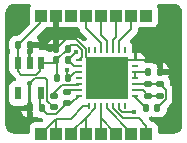
<source format=gbr>
%TF.GenerationSoftware,KiCad,Pcbnew,8.0.1-unknown-202403172319~81f55dfc9c~ubuntu22.04.1*%
%TF.CreationDate,2024-06-20T11:17:16+01:00*%
%TF.ProjectId,EMG_DAQ_ADS1293,454d475f-4441-4515-9f41-445331323933,1.0*%
%TF.SameCoordinates,Original*%
%TF.FileFunction,Copper,L1,Top*%
%TF.FilePolarity,Positive*%
%FSLAX46Y46*%
G04 Gerber Fmt 4.6, Leading zero omitted, Abs format (unit mm)*
G04 Created by KiCad (PCBNEW 8.0.1-unknown-202403172319~81f55dfc9c~ubuntu22.04.1) date 2024-06-20 11:17:16*
%MOMM*%
%LPD*%
G01*
G04 APERTURE LIST*
G04 Aperture macros list*
%AMRoundRect*
0 Rectangle with rounded corners*
0 $1 Rounding radius*
0 $2 $3 $4 $5 $6 $7 $8 $9 X,Y pos of 4 corners*
0 Add a 4 corners polygon primitive as box body*
4,1,4,$2,$3,$4,$5,$6,$7,$8,$9,$2,$3,0*
0 Add four circle primitives for the rounded corners*
1,1,$1+$1,$2,$3*
1,1,$1+$1,$4,$5*
1,1,$1+$1,$6,$7*
1,1,$1+$1,$8,$9*
0 Add four rect primitives between the rounded corners*
20,1,$1+$1,$2,$3,$4,$5,0*
20,1,$1+$1,$4,$5,$6,$7,0*
20,1,$1+$1,$6,$7,$8,$9,0*
20,1,$1+$1,$8,$9,$2,$3,0*%
G04 Aperture macros list end*
%TA.AperFunction,CastellatedPad*%
%ADD10R,1.000000X1.000000*%
%TD*%
%TA.AperFunction,SMDPad,CuDef*%
%ADD11RoundRect,0.140000X0.140000X0.170000X-0.140000X0.170000X-0.140000X-0.170000X0.140000X-0.170000X0*%
%TD*%
%TA.AperFunction,ComponentPad*%
%ADD12R,1.000000X1.000000*%
%TD*%
%TA.AperFunction,SMDPad,CuDef*%
%ADD13RoundRect,0.140000X-0.140000X-0.170000X0.140000X-0.170000X0.140000X0.170000X-0.140000X0.170000X0*%
%TD*%
%TA.AperFunction,SMDPad,CuDef*%
%ADD14RoundRect,0.140000X0.170000X-0.140000X0.170000X0.140000X-0.170000X0.140000X-0.170000X-0.140000X0*%
%TD*%
%TA.AperFunction,SMDPad,CuDef*%
%ADD15R,0.250000X0.600000*%
%TD*%
%TA.AperFunction,SMDPad,CuDef*%
%ADD16R,0.600000X0.250000*%
%TD*%
%TA.AperFunction,SMDPad,CuDef*%
%ADD17R,3.600000X3.600000*%
%TD*%
%TA.AperFunction,SMDPad,CuDef*%
%ADD18R,0.620000X1.100000*%
%TD*%
%TA.AperFunction,SMDPad,CuDef*%
%ADD19RoundRect,0.140000X-0.170000X0.140000X-0.170000X-0.140000X0.170000X-0.140000X0.170000X0.140000X0*%
%TD*%
%TA.AperFunction,ViaPad*%
%ADD20C,0.400000*%
%TD*%
%TA.AperFunction,Conductor*%
%ADD21C,0.150000*%
%TD*%
G04 APERTURE END LIST*
D10*
%TO.P,J3,1,Pin_1*%
%TO.N,/in1*%
X26714500Y-38210500D03*
%TD*%
D11*
%TO.P,C8,1*%
%TO.N,+3.3VA*%
X25469500Y-36043500D03*
%TO.P,C8,2*%
%TO.N,GND*%
X24509500Y-36043500D03*
%TD*%
%TO.P,R1,1*%
%TO.N,/RLDINV*%
X35269500Y-36000000D03*
%TO.P,R1,2*%
%TO.N,/CMOUT*%
X34309500Y-36000000D03*
%TD*%
D12*
%TO.P,J1,1,Pin_1*%
%TO.N,unconnected-(J1-Pin_1-Pad1)*%
X27984500Y-28210500D03*
%TD*%
D10*
%TO.P,J2,1,Pin_1*%
%TO.N,/in1*%
X25444500Y-38210500D03*
%TD*%
D12*
%TO.P,J9,1,Pin_1*%
%TO.N,/POCI*%
X29254500Y-28210500D03*
%TD*%
D10*
%TO.P,J15,1,Pin_1*%
%TO.N,/in4*%
X33064500Y-38210500D03*
%TD*%
D12*
%TO.P,J7,1,Pin_1*%
%TO.N,/extRef*%
X34334500Y-28210500D03*
%TD*%
D13*
%TO.P,C4,1*%
%TO.N,+3.3V*%
X26720000Y-32010500D03*
%TO.P,C4,2*%
%TO.N,XTAL1*%
X27680000Y-32010500D03*
%TD*%
D14*
%TO.P,C1,1*%
%TO.N,+3.3VA*%
X27589500Y-35640500D03*
%TO.P,C1,2*%
%TO.N,GNDA*%
X27589500Y-34680500D03*
%TD*%
D15*
%TO.P,U1,1,IN1*%
%TO.N,/in1*%
X29500000Y-35900000D03*
%TO.P,U1,2,IN2*%
%TO.N,/in2*%
X29999999Y-35900000D03*
%TO.P,U1,3,IN3*%
%TO.N,/in3*%
X30500001Y-35900000D03*
%TO.P,U1,4,IN4*%
%TO.N,/in4*%
X31000000Y-35900000D03*
%TO.P,U1,5,IN5*%
%TO.N,/in5*%
X31499999Y-35900000D03*
%TO.P,U1,6,IN6*%
%TO.N,/in6*%
X32000001Y-35900000D03*
%TO.P,U1,7,WCT*%
%TO.N,unconnected-(U1-WCT-Pad7)*%
X32500000Y-35900000D03*
D16*
%TO.P,U1,8,CMOUT*%
%TO.N,/CMOUT*%
X33400000Y-35000000D03*
%TO.P,U1,9,RLDOUT*%
%TO.N,/RLDOUT*%
X33400000Y-34500001D03*
%TO.P,U1,10,RLDINV*%
%TO.N,/RLDINV*%
X33400000Y-33999999D03*
%TO.P,U1,11,RLDIN*%
%TO.N,/RLDREF*%
X33400000Y-33500000D03*
%TO.P,U1,12,RLDREF*%
X33400000Y-33000001D03*
%TO.P,U1,13,SYNCB*%
%TO.N,unconnected-(U1-SYNCB-Pad13)*%
X33400000Y-32499999D03*
%TO.P,U1,14,VSSIO*%
%TO.N,GND*%
X33400000Y-32000000D03*
D15*
%TO.P,U1,15,ALARMB*%
%TO.N,unconnected-(U1-ALARMB-Pad15)*%
X32500000Y-31100000D03*
%TO.P,U1,16,CSB*%
%TO.N,/CSB*%
X32000001Y-31100000D03*
%TO.P,U1,17,SCLK*%
%TO.N,/SCLK*%
X31499999Y-31100000D03*
%TO.P,U1,18,SDI*%
%TO.N,/PICO*%
X31000000Y-31100000D03*
%TO.P,U1,19,SDO*%
%TO.N,/POCI*%
X30500001Y-31100000D03*
%TO.P,U1,20,DRDYB*%
%TO.N,unconnected-(U1-DRDYB-Pad20)*%
X29999999Y-31100000D03*
%TO.P,U1,21,CLK*%
%TO.N,unconnected-(U1-CLK-Pad21)*%
X29500000Y-31100000D03*
D16*
%TO.P,U1,22,VDDIO*%
%TO.N,+3.3V*%
X28600000Y-32000000D03*
%TO.P,U1,23,XTAL1*%
%TO.N,XTAL1*%
X28600000Y-32499999D03*
%TO.P,U1,24,XTAL2*%
%TO.N,XTAL2*%
X28600000Y-33000001D03*
%TO.P,U1,25,RSTB*%
%TO.N,unconnected-(U1-RSTB-Pad25)*%
X28600000Y-33500000D03*
%TO.P,U1,26,CVREF*%
%TO.N,/cvref*%
X28600000Y-33999999D03*
%TO.P,U1,27,VSS*%
%TO.N,GNDA*%
X28600000Y-34500001D03*
%TO.P,U1,28,VDD*%
%TO.N,+3.3VA*%
X28600000Y-35000000D03*
D17*
%TO.P,U1,29,EPAD*%
%TO.N,GND*%
X31000000Y-33500000D03*
%TD*%
D13*
%TO.P,C7,1*%
%TO.N,/RLDREF*%
X34509500Y-33010500D03*
%TO.P,C7,2*%
%TO.N,GND*%
X35469500Y-33010500D03*
%TD*%
%TO.P,C9,1*%
%TO.N,+3.3V*%
X23509500Y-30710500D03*
%TO.P,C9,2*%
%TO.N,GND*%
X24469500Y-30710500D03*
%TD*%
D11*
%TO.P,C5,1*%
%TO.N,+3.3V*%
X27680000Y-31010500D03*
%TO.P,C5,2*%
%TO.N,GND*%
X26720000Y-31010500D03*
%TD*%
D18*
%TO.P,U2,1,VIN*%
%TO.N,+3.3V*%
X25409792Y-32200000D03*
%TO.P,U2,2,GND*%
%TO.N,GND*%
X24459792Y-32200000D03*
%TO.P,U2,3,EN*%
%TO.N,+3.3V*%
X23509792Y-32200000D03*
%TO.P,U2,4,NC*%
%TO.N,unconnected-(U2-NC-Pad4)*%
X23509792Y-34800000D03*
%TO.P,U2,5,VOUT*%
%TO.N,+3.3VA*%
X25409792Y-34800000D03*
%TD*%
D10*
%TO.P,J5,1,Pin_1*%
%TO.N,/in2*%
X29254500Y-38210500D03*
%TD*%
%TO.P,J4,1,Pin_1*%
%TO.N,/in2*%
X27984500Y-38210500D03*
%TD*%
D12*
%TO.P,J10,1,Pin_1*%
%TO.N,/PICO*%
X30524500Y-28210500D03*
%TD*%
D19*
%TO.P,C2,1*%
%TO.N,/cvref*%
X26489500Y-35030500D03*
%TO.P,C2,2*%
%TO.N,GND*%
X26489500Y-35990500D03*
%TD*%
D12*
%TO.P,J14,1,Pin_1*%
%TO.N,GND*%
X26714500Y-28210500D03*
%TD*%
D13*
%TO.P,C3,1*%
%TO.N,+3.3V*%
X26740000Y-33510500D03*
%TO.P,C3,2*%
%TO.N,XTAL2*%
X27700000Y-33510500D03*
%TD*%
D10*
%TO.P,J8,1,Pin_1*%
%TO.N,/in3*%
X31794500Y-38210500D03*
%TD*%
D12*
%TO.P,J12,1,Pin_1*%
%TO.N,/CSB*%
X33064500Y-28210500D03*
%TD*%
D19*
%TO.P,C6,1*%
%TO.N,/RLDINV*%
X34500000Y-34020000D03*
%TO.P,C6,2*%
%TO.N,/RLDOUT*%
X34500000Y-34980000D03*
%TD*%
%TO.P,R2,1*%
%TO.N,/RLDINV*%
X35500000Y-34020000D03*
%TO.P,R2,2*%
%TO.N,/RLDOUT*%
X35500000Y-34980000D03*
%TD*%
D10*
%TO.P,J16,1,Pin_1*%
%TO.N,/in5*%
X34334500Y-38210500D03*
%TD*%
%TO.P,J6,1,Pin_1*%
%TO.N,/in3*%
X30524500Y-38210500D03*
%TD*%
D12*
%TO.P,J11,1,Pin_1*%
%TO.N,/SCLK*%
X31794500Y-28210500D03*
%TD*%
%TO.P,J13,1,Pin_1*%
%TO.N,+3.3V*%
X25444500Y-28210500D03*
%TD*%
D20*
%TO.N,GND*%
X25789500Y-30710500D03*
X24509500Y-33890500D03*
%TO.N,XTAL2*%
X27639500Y-32860500D03*
%TO.N,XTAL1*%
X28389500Y-31285500D03*
%TO.N,/in6*%
X33289500Y-36410500D03*
%TD*%
D21*
%TO.N,GNDA*%
X27759500Y-34510500D02*
X28589501Y-34510500D01*
X27589500Y-34680500D02*
X27759500Y-34510500D01*
X28589501Y-34510500D02*
X28600000Y-34500001D01*
%TO.N,/cvref*%
X26489500Y-34750501D02*
X27154501Y-34085500D01*
X28514499Y-34085500D02*
X28600000Y-33999999D01*
X26489500Y-35030500D02*
X26489500Y-34750501D01*
X27154501Y-34085500D02*
X28514499Y-34085500D01*
%TO.N,GND*%
X26714500Y-28710500D02*
X26714500Y-31005000D01*
X24469500Y-30710500D02*
X26420000Y-30710500D01*
X34929000Y-32000000D02*
X33400000Y-32000000D01*
X29210000Y-31031000D02*
X29210000Y-31710000D01*
X25939500Y-35440500D02*
X25939500Y-33660500D01*
X29210000Y-31710000D02*
X31000000Y-33500000D01*
X26489500Y-35990500D02*
X25939500Y-35440500D01*
X26420000Y-30710500D02*
X26720000Y-31010500D01*
X25739500Y-33460500D02*
X24939500Y-33460500D01*
X24939500Y-33460500D02*
X24509500Y-33890500D01*
X24509500Y-33890500D02*
X24509500Y-36043500D01*
X35469500Y-33010500D02*
X35469500Y-32540500D01*
X25939500Y-33660500D02*
X25739500Y-33460500D01*
X35469500Y-32540500D02*
X34929000Y-32000000D01*
X24389500Y-30790500D02*
X24469500Y-30710500D01*
X24389500Y-32225500D02*
X24389500Y-30790500D01*
X32500000Y-32000000D02*
X31000000Y-33500000D01*
X26720000Y-31010500D02*
X27520000Y-30210500D01*
X33400000Y-32000000D02*
X32500000Y-32000000D01*
X28389500Y-30210500D02*
X29210000Y-31031000D01*
X27520000Y-30210500D02*
X28389500Y-30210500D01*
X26714500Y-31005000D02*
X26720000Y-31010500D01*
%TO.N,+3.3V*%
X27680000Y-31050500D02*
X26720000Y-32010500D01*
X27980000Y-30710500D02*
X28490541Y-30710500D01*
X23439500Y-32225500D02*
X23439500Y-32900499D01*
X27680000Y-31010500D02*
X27980000Y-30710500D01*
X23749501Y-33210500D02*
X25029499Y-33210500D01*
X25339500Y-32225500D02*
X26505000Y-32225500D01*
X23439500Y-32900499D02*
X23749501Y-33210500D01*
X26740000Y-32030500D02*
X26720000Y-32010500D01*
X25444500Y-28210500D02*
X25444500Y-28275500D01*
X28889500Y-31109459D02*
X28889500Y-31710500D01*
X25444500Y-28775500D02*
X23509500Y-30710500D01*
X23439500Y-30780500D02*
X23509500Y-30710500D01*
X28889500Y-31710500D02*
X28600000Y-32000000D01*
X27680000Y-31010500D02*
X27680000Y-31050500D01*
X26505000Y-32225500D02*
X26720000Y-32010500D01*
X23439500Y-32225500D02*
X23439500Y-30780500D01*
X25339500Y-32900499D02*
X25339500Y-32225500D01*
X25029499Y-33210500D02*
X25339500Y-32900499D01*
X28490541Y-30710500D02*
X28889500Y-31109459D01*
X26740000Y-33610500D02*
X26740000Y-32030500D01*
%TO.N,XTAL2*%
X27639500Y-32860500D02*
X27639500Y-33550000D01*
X27700000Y-33610500D02*
X28310499Y-33000001D01*
X27639500Y-33550000D02*
X27700000Y-33610500D01*
X28310499Y-33000001D02*
X28600000Y-33000001D01*
%TO.N,XTAL1*%
X28600000Y-32499999D02*
X28169499Y-32499999D01*
X28389500Y-31285500D02*
X28389500Y-31301000D01*
X28389500Y-31301000D02*
X27680000Y-32010500D01*
X28169499Y-32499999D02*
X27680000Y-32010500D01*
%TO.N,/RLDINV*%
X35975000Y-34495000D02*
X35975000Y-35294500D01*
X35975000Y-35294500D02*
X35269500Y-36000000D01*
X35500000Y-34020000D02*
X35975000Y-34495000D01*
X33420001Y-34020000D02*
X33400000Y-33999999D01*
X34500000Y-34020000D02*
X33420001Y-34020000D01*
X35500000Y-34020000D02*
X34500000Y-34020000D01*
%TO.N,/RLDOUT*%
X35500000Y-34980000D02*
X34500000Y-34980000D01*
X34020001Y-34500001D02*
X34500000Y-34980000D01*
X33400000Y-34500001D02*
X34020001Y-34500001D01*
%TO.N,/RLDREF*%
X34499001Y-33000001D02*
X34509500Y-33010500D01*
X33400000Y-33500000D02*
X33400000Y-33000001D01*
X33400000Y-33000001D02*
X34499001Y-33000001D01*
%TO.N,/in1*%
X26694500Y-38125500D02*
X26714500Y-38125500D01*
X29000000Y-35900000D02*
X27939500Y-36960500D01*
X27939500Y-36960500D02*
X26694500Y-36960500D01*
X26694500Y-36960500D02*
X25444500Y-38210500D01*
X26694500Y-36960500D02*
X26694500Y-38125500D01*
X29500000Y-35900000D02*
X29000000Y-35900000D01*
%TO.N,/in2*%
X29999999Y-35900000D02*
X29999999Y-36075000D01*
X29276999Y-36797999D02*
X27984500Y-38090499D01*
X29999999Y-36075000D02*
X29276999Y-36797999D01*
X29254500Y-36820498D02*
X29254500Y-38125500D01*
X27984500Y-38090499D02*
X27984500Y-38125500D01*
X29276999Y-36797999D02*
X29254500Y-36820498D01*
%TO.N,/in3*%
X30500001Y-38101000D02*
X30524500Y-38125499D01*
X30500001Y-36916001D02*
X31709499Y-38125499D01*
X31709499Y-38125499D02*
X31794500Y-38125499D01*
X30500001Y-36510500D02*
X30500001Y-38101000D01*
X30500001Y-36510500D02*
X30500001Y-36916001D01*
X30500001Y-35900000D02*
X30500001Y-36510500D01*
%TO.N,/in4*%
X31000000Y-36060999D02*
X33064500Y-38125499D01*
X31000000Y-35900000D02*
X31000000Y-36060999D01*
%TO.N,/in5*%
X34334500Y-37555500D02*
X34334500Y-38125499D01*
X32335499Y-36910500D02*
X33689500Y-36910500D01*
X31499999Y-36075000D02*
X32335499Y-36910500D01*
X33689500Y-36910500D02*
X34334500Y-37555500D01*
X31499999Y-35900000D02*
X31499999Y-36075000D01*
%TO.N,/in6*%
X32000001Y-36155001D02*
X32000001Y-35900000D01*
X33289500Y-36410500D02*
X32255500Y-36410500D01*
X32255500Y-36410500D02*
X32000001Y-36155001D01*
%TO.N,/CMOUT*%
X33400000Y-35000000D02*
X33400000Y-35090500D01*
X33400000Y-35090500D02*
X34309500Y-36000000D01*
%TO.N,+3.3VA*%
X27959500Y-35640500D02*
X27589500Y-35640500D01*
X25469500Y-36090500D02*
X25939500Y-36560500D01*
X25339500Y-34595500D02*
X25339500Y-35913500D01*
X25939500Y-36560500D02*
X26669500Y-36560500D01*
X26669500Y-36560500D02*
X27589500Y-35640500D01*
X25339500Y-35913500D02*
X25469500Y-36043500D01*
X25469500Y-36043500D02*
X25469500Y-36090500D01*
X28600000Y-35000000D02*
X27959500Y-35640500D01*
%TO.N,/POCI*%
X29254500Y-29275500D02*
X30500001Y-30521001D01*
X29254500Y-28210500D02*
X29254500Y-29275500D01*
X30500001Y-30521001D02*
X30500001Y-31100000D01*
%TO.N,/PICO*%
X30989500Y-30360500D02*
X30989500Y-31089500D01*
X30989500Y-31089500D02*
X31000000Y-31100000D01*
X30524500Y-29895500D02*
X30989500Y-30360500D01*
X30524500Y-28210500D02*
X30524500Y-29895500D01*
%TO.N,/SCLK*%
X31539500Y-31060499D02*
X31499999Y-31100000D01*
X31794500Y-30055500D02*
X31539500Y-30310500D01*
X31539500Y-30310500D02*
X31539500Y-31060499D01*
X31794500Y-28710500D02*
X31794500Y-30055500D01*
%TO.N,/CSB*%
X33064500Y-28210500D02*
X33064500Y-29335500D01*
X32000001Y-30399999D02*
X32000001Y-31100000D01*
X33064500Y-29335500D02*
X32000001Y-30399999D01*
%TD*%
%TA.AperFunction,Conductor*%
%TO.N,GND*%
G36*
X24505051Y-27240685D02*
G01*
X24550806Y-27293489D01*
X24560750Y-27362647D01*
X24537279Y-27419311D01*
X24500704Y-27468168D01*
X24500702Y-27468171D01*
X24450408Y-27603017D01*
X24444001Y-27662616D01*
X24444001Y-27662623D01*
X24444000Y-27662635D01*
X24444000Y-28758370D01*
X24444001Y-28758376D01*
X24450408Y-28817983D01*
X24459975Y-28843632D01*
X24464959Y-28913323D01*
X24431474Y-28974645D01*
X23542439Y-29863681D01*
X23481116Y-29897166D01*
X23454758Y-29900000D01*
X23304802Y-29900000D01*
X23268508Y-29902856D01*
X23268502Y-29902857D01*
X23113109Y-29948004D01*
X23113106Y-29948005D01*
X22973815Y-30030381D01*
X22973807Y-30030387D01*
X22859387Y-30144807D01*
X22859381Y-30144815D01*
X22777005Y-30284106D01*
X22777004Y-30284109D01*
X22731857Y-30439502D01*
X22731856Y-30439508D01*
X22729000Y-30475802D01*
X22729000Y-30945197D01*
X22731856Y-30981491D01*
X22731857Y-30981497D01*
X22777004Y-31136890D01*
X22777004Y-31136891D01*
X22777005Y-31136893D01*
X22777006Y-31136895D01*
X22792847Y-31163681D01*
X22815083Y-31201280D01*
X22832265Y-31269004D01*
X22810104Y-31335266D01*
X22807617Y-31338710D01*
X22755998Y-31407664D01*
X22755994Y-31407671D01*
X22705700Y-31542517D01*
X22699293Y-31602116D01*
X22699293Y-31602123D01*
X22699292Y-31602135D01*
X22699292Y-32797870D01*
X22699293Y-32797876D01*
X22705700Y-32857483D01*
X22755994Y-32992328D01*
X22755998Y-32992335D01*
X22842243Y-33107542D01*
X22842246Y-33107546D01*
X22913929Y-33161208D01*
X22947003Y-33198472D01*
X22978986Y-33253866D01*
X23262940Y-33537819D01*
X23296425Y-33599142D01*
X23291441Y-33668833D01*
X23249570Y-33724767D01*
X23184105Y-33749184D01*
X23175264Y-33749500D01*
X23151924Y-33749500D01*
X23151915Y-33749501D01*
X23092308Y-33755908D01*
X22957463Y-33806202D01*
X22957456Y-33806206D01*
X22842247Y-33892452D01*
X22842244Y-33892455D01*
X22755998Y-34007664D01*
X22755994Y-34007671D01*
X22705700Y-34142517D01*
X22699293Y-34202116D01*
X22699292Y-34202128D01*
X22699292Y-35397870D01*
X22699293Y-35397876D01*
X22705700Y-35457483D01*
X22755994Y-35592328D01*
X22755998Y-35592335D01*
X22842244Y-35707544D01*
X22842247Y-35707547D01*
X22957456Y-35793793D01*
X22957463Y-35793797D01*
X22997694Y-35808802D01*
X23092309Y-35844091D01*
X23151919Y-35850500D01*
X23867664Y-35850499D01*
X23927275Y-35844091D01*
X24041955Y-35801317D01*
X24085288Y-35793500D01*
X24259500Y-35793500D01*
X24259500Y-35625663D01*
X24267318Y-35582330D01*
X24291820Y-35516636D01*
X24313883Y-35457483D01*
X24320292Y-35397873D01*
X24320291Y-34202128D01*
X24313883Y-34142517D01*
X24313556Y-34141641D01*
X24263589Y-34007671D01*
X24263585Y-34007664D01*
X24246103Y-33984311D01*
X24221685Y-33918847D01*
X24236536Y-33850574D01*
X24285941Y-33801168D01*
X24345369Y-33786000D01*
X24574215Y-33786000D01*
X24641254Y-33805685D01*
X24687009Y-33858489D01*
X24696953Y-33927647D01*
X24673481Y-33984311D01*
X24655998Y-34007664D01*
X24655994Y-34007671D01*
X24605700Y-34142517D01*
X24599293Y-34202116D01*
X24599292Y-34202128D01*
X24599292Y-35397870D01*
X24599293Y-35397876D01*
X24605700Y-35457483D01*
X24655994Y-35592328D01*
X24655996Y-35592331D01*
X24682476Y-35627704D01*
X24706893Y-35693169D01*
X24702286Y-35736608D01*
X24691858Y-35772503D01*
X24691856Y-35772513D01*
X24689000Y-35808802D01*
X24689000Y-36278197D01*
X24691856Y-36314491D01*
X24691857Y-36314497D01*
X24737003Y-36469889D01*
X24737005Y-36469893D01*
X24737006Y-36469895D01*
X24742232Y-36478733D01*
X24759500Y-36541852D01*
X24759500Y-36848003D01*
X24905694Y-36805532D01*
X24925884Y-36793591D01*
X24993608Y-36776406D01*
X25052129Y-36793589D01*
X25073105Y-36805994D01*
X25078781Y-36807643D01*
X25228502Y-36851142D01*
X25228505Y-36851142D01*
X25228507Y-36851143D01*
X25264810Y-36854000D01*
X25367758Y-36854000D01*
X25434797Y-36873685D01*
X25455439Y-36890319D01*
X25563439Y-36998319D01*
X25596924Y-37059642D01*
X25591940Y-37129334D01*
X25550068Y-37185267D01*
X25484604Y-37209684D01*
X25475758Y-37210000D01*
X24896629Y-37210000D01*
X24896623Y-37210001D01*
X24837016Y-37216408D01*
X24702171Y-37266702D01*
X24702164Y-37266706D01*
X24586955Y-37352952D01*
X24586952Y-37352955D01*
X24500706Y-37468164D01*
X24500702Y-37468171D01*
X24450408Y-37603017D01*
X24444001Y-37662616D01*
X24444001Y-37662623D01*
X24444000Y-37662635D01*
X24444000Y-38075999D01*
X24424315Y-38143038D01*
X24371511Y-38188793D01*
X24320000Y-38199999D01*
X23145590Y-38199999D01*
X23133437Y-38199402D01*
X23007387Y-38186988D01*
X22983544Y-38182245D01*
X22868189Y-38147252D01*
X22845732Y-38137950D01*
X22739428Y-38081129D01*
X22719216Y-38067624D01*
X22626035Y-37991152D01*
X22608847Y-37973964D01*
X22532375Y-37880783D01*
X22518870Y-37860571D01*
X22462049Y-37754267D01*
X22452747Y-37731810D01*
X22417754Y-37616455D01*
X22413012Y-37592618D01*
X22400597Y-37466560D01*
X22400000Y-37454407D01*
X22400000Y-36293500D01*
X23730710Y-36293500D01*
X23732354Y-36314410D01*
X23777468Y-36469695D01*
X23859778Y-36608874D01*
X23859785Y-36608883D01*
X23974116Y-36723214D01*
X23974125Y-36723221D01*
X24113304Y-36805531D01*
X24259500Y-36848004D01*
X24259500Y-36293500D01*
X23730710Y-36293500D01*
X22400000Y-36293500D01*
X22400000Y-27966592D01*
X22400597Y-27954439D01*
X22407377Y-27885597D01*
X22413012Y-27828380D01*
X22417751Y-27804554D01*
X22452748Y-27689183D01*
X22462046Y-27666738D01*
X22518874Y-27560421D01*
X22532370Y-27540221D01*
X22608850Y-27447030D01*
X22626029Y-27429851D01*
X22719221Y-27353370D01*
X22739421Y-27339873D01*
X22845738Y-27283046D01*
X22868182Y-27273748D01*
X22983553Y-27238751D01*
X23007378Y-27234012D01*
X23116082Y-27223305D01*
X23133419Y-27221598D01*
X23145573Y-27221001D01*
X23194266Y-27221001D01*
X23194275Y-27221000D01*
X24438012Y-27221000D01*
X24505051Y-27240685D01*
G37*
%TD.AperFunction*%
%TA.AperFunction,Conductor*%
G36*
X36645561Y-27221597D02*
G01*
X36655133Y-27222539D01*
X36771618Y-27234012D01*
X36795455Y-27238754D01*
X36910810Y-27273747D01*
X36933264Y-27283048D01*
X36986419Y-27311459D01*
X37039571Y-27339870D01*
X37059783Y-27353375D01*
X37152964Y-27429847D01*
X37170152Y-27447035D01*
X37246624Y-27540216D01*
X37260129Y-27560428D01*
X37316950Y-27666732D01*
X37326252Y-27689189D01*
X37361245Y-27804544D01*
X37365988Y-27828386D01*
X37378403Y-27954438D01*
X37379000Y-27966592D01*
X37379000Y-37454406D01*
X37378403Y-37466560D01*
X37365988Y-37592612D01*
X37361246Y-37616453D01*
X37326253Y-37731809D01*
X37316950Y-37754267D01*
X37260129Y-37860572D01*
X37246624Y-37880784D01*
X37170153Y-37973964D01*
X37152965Y-37991152D01*
X37059784Y-38067624D01*
X37039572Y-38081129D01*
X36933268Y-38137950D01*
X36910810Y-38147253D01*
X36795454Y-38182246D01*
X36771613Y-38186988D01*
X36645572Y-38199402D01*
X36633418Y-38199999D01*
X35458999Y-38199999D01*
X35391960Y-38180314D01*
X35346205Y-38127510D01*
X35334999Y-38075999D01*
X35334999Y-37662629D01*
X35334998Y-37662623D01*
X35334997Y-37662616D01*
X35328591Y-37603017D01*
X35324710Y-37592612D01*
X35278297Y-37468171D01*
X35278293Y-37468164D01*
X35192047Y-37352955D01*
X35192044Y-37352952D01*
X35076835Y-37266706D01*
X35076828Y-37266702D01*
X34941982Y-37216408D01*
X34941983Y-37216408D01*
X34882383Y-37210001D01*
X34882381Y-37210000D01*
X34882373Y-37210000D01*
X34882365Y-37210000D01*
X34854243Y-37210000D01*
X34787204Y-37190315D01*
X34766562Y-37173682D01*
X34687865Y-37094985D01*
X34582545Y-36989665D01*
X34549060Y-36928342D01*
X34554044Y-36858650D01*
X34595916Y-36802717D01*
X34635627Y-36782908D01*
X34705895Y-36762494D01*
X34726379Y-36750379D01*
X34794101Y-36733196D01*
X34852619Y-36750379D01*
X34873105Y-36762494D01*
X34873107Y-36762494D01*
X34873108Y-36762495D01*
X35028502Y-36807642D01*
X35028505Y-36807642D01*
X35028507Y-36807643D01*
X35064810Y-36810500D01*
X35064818Y-36810500D01*
X35474182Y-36810500D01*
X35474190Y-36810500D01*
X35510493Y-36807643D01*
X35510495Y-36807642D01*
X35510497Y-36807642D01*
X35558863Y-36793590D01*
X35665895Y-36762494D01*
X35805187Y-36680117D01*
X35919617Y-36565687D01*
X36001994Y-36426395D01*
X36047143Y-36270993D01*
X36050000Y-36234690D01*
X36050000Y-36084742D01*
X36069685Y-36017703D01*
X36086319Y-35997061D01*
X36239291Y-35844089D01*
X36435515Y-35647865D01*
X36511281Y-35516635D01*
X36550500Y-35370266D01*
X36550500Y-35218733D01*
X36550500Y-34419234D01*
X36549739Y-34416395D01*
X36511281Y-34272865D01*
X36470440Y-34202127D01*
X36470440Y-34202126D01*
X36435519Y-34141641D01*
X36435513Y-34141633D01*
X36346819Y-34052939D01*
X36313334Y-33991616D01*
X36310500Y-33965258D01*
X36310500Y-33815317D01*
X36310499Y-33815302D01*
X36310341Y-33813296D01*
X36307643Y-33779007D01*
X36300932Y-33755909D01*
X36262495Y-33623609D01*
X36262494Y-33623606D01*
X36262494Y-33623605D01*
X36212515Y-33539095D01*
X36195332Y-33471371D01*
X36200171Y-33441379D01*
X36246644Y-33281418D01*
X36246645Y-33281412D01*
X36248290Y-33260500D01*
X35851088Y-33260500D01*
X35816493Y-33255576D01*
X35797300Y-33250000D01*
X35770994Y-33242357D01*
X35770991Y-33242356D01*
X35734697Y-33239500D01*
X35734690Y-33239500D01*
X35414000Y-33239500D01*
X35346961Y-33219815D01*
X35301206Y-33167011D01*
X35290000Y-33115500D01*
X35290000Y-32775817D01*
X35289999Y-32775802D01*
X35288795Y-32760500D01*
X35719500Y-32760500D01*
X36248290Y-32760500D01*
X36246645Y-32739589D01*
X36201531Y-32584304D01*
X36119221Y-32445125D01*
X36119214Y-32445116D01*
X36004883Y-32330785D01*
X36004874Y-32330778D01*
X35865693Y-32248467D01*
X35865690Y-32248465D01*
X35719501Y-32205993D01*
X35719500Y-32205994D01*
X35719500Y-32760500D01*
X35288795Y-32760500D01*
X35287143Y-32739508D01*
X35287142Y-32739502D01*
X35241995Y-32584108D01*
X35241992Y-32584100D01*
X35236766Y-32575263D01*
X35219500Y-32512145D01*
X35219500Y-32205994D01*
X35219498Y-32205993D01*
X35073309Y-32248465D01*
X35073306Y-32248467D01*
X35053108Y-32260412D01*
X34985384Y-32277592D01*
X34926870Y-32260410D01*
X34905897Y-32248007D01*
X34905890Y-32248004D01*
X34750497Y-32202857D01*
X34750491Y-32202856D01*
X34714197Y-32200000D01*
X34714190Y-32200000D01*
X34324000Y-32200000D01*
X34256961Y-32180315D01*
X34238559Y-32159078D01*
X34236319Y-32161319D01*
X34199947Y-32124947D01*
X34133087Y-32105315D01*
X34100878Y-32075336D01*
X34099380Y-32073336D01*
X34074946Y-32007879D01*
X34089780Y-31939602D01*
X34139173Y-31890183D01*
X34198628Y-31875000D01*
X34200000Y-31875000D01*
X34200000Y-31827172D01*
X34199999Y-31827155D01*
X34193598Y-31767627D01*
X34193596Y-31767620D01*
X34143354Y-31632913D01*
X34143350Y-31632906D01*
X34057190Y-31517812D01*
X34057187Y-31517809D01*
X33942093Y-31431649D01*
X33942086Y-31431645D01*
X33807379Y-31381403D01*
X33807372Y-31381401D01*
X33747844Y-31375000D01*
X33525000Y-31375000D01*
X33525000Y-31750499D01*
X33505315Y-31817538D01*
X33452511Y-31863293D01*
X33401000Y-31874499D01*
X33399000Y-31874499D01*
X33331961Y-31854814D01*
X33286206Y-31802010D01*
X33275000Y-31750499D01*
X33275000Y-31375000D01*
X33249499Y-31375000D01*
X33182460Y-31355315D01*
X33136705Y-31302511D01*
X33125499Y-31251003D01*
X33125499Y-30752128D01*
X33119091Y-30692517D01*
X33068796Y-30557669D01*
X33068795Y-30557668D01*
X33068793Y-30557664D01*
X32982547Y-30442455D01*
X32982544Y-30442452D01*
X32976367Y-30437828D01*
X32934496Y-30381894D01*
X32929512Y-30312203D01*
X32962995Y-30250883D01*
X33525015Y-29688865D01*
X33600781Y-29557635D01*
X33640000Y-29411266D01*
X33640000Y-29333281D01*
X33659685Y-29266242D01*
X33712489Y-29220487D01*
X33777256Y-29209992D01*
X33786627Y-29211000D01*
X34882372Y-29210999D01*
X34941983Y-29204591D01*
X35076831Y-29154296D01*
X35192046Y-29068046D01*
X35278296Y-28952831D01*
X35328591Y-28817983D01*
X35335000Y-28758373D01*
X35334999Y-27662628D01*
X35328591Y-27603017D01*
X35312706Y-27560428D01*
X35278297Y-27468171D01*
X35278295Y-27468168D01*
X35241721Y-27419311D01*
X35217304Y-27353847D01*
X35232156Y-27285574D01*
X35281561Y-27236168D01*
X35340988Y-27221000D01*
X36633408Y-27221000D01*
X36645561Y-27221597D01*
G37*
%TD.AperFunction*%
%TA.AperFunction,Conductor*%
G36*
X26964500Y-29210500D02*
G01*
X27262328Y-29210500D01*
X27262344Y-29210499D01*
X27329588Y-29203269D01*
X27329727Y-29204568D01*
X27369217Y-29204568D01*
X27369304Y-29203762D01*
X27376800Y-29204568D01*
X27376923Y-29204568D01*
X27377010Y-29204588D01*
X27377017Y-29204591D01*
X27377023Y-29204591D01*
X27377025Y-29204592D01*
X27385732Y-29205528D01*
X27436627Y-29211000D01*
X28532372Y-29210999D01*
X28532375Y-29210998D01*
X28532385Y-29210998D01*
X28541743Y-29209992D01*
X28610503Y-29222396D01*
X28661641Y-29270006D01*
X28679000Y-29333281D01*
X28679000Y-29351266D01*
X28695077Y-29411266D01*
X28718219Y-29497636D01*
X28752860Y-29557635D01*
X28793985Y-29628865D01*
X28793987Y-29628867D01*
X29279308Y-30114188D01*
X29312793Y-30175511D01*
X29307809Y-30245203D01*
X29265937Y-30301136D01*
X29234961Y-30318051D01*
X29132669Y-30356203D01*
X29132666Y-30356205D01*
X29114286Y-30369964D01*
X29048821Y-30394379D01*
X28980548Y-30379526D01*
X28952297Y-30358376D01*
X28843908Y-30249987D01*
X28843906Y-30249985D01*
X28767710Y-30205993D01*
X28712677Y-30174219D01*
X28604094Y-30145125D01*
X28566307Y-30135000D01*
X28055766Y-30135000D01*
X27904233Y-30135000D01*
X27757865Y-30174219D01*
X27741984Y-30183387D01*
X27679986Y-30200000D01*
X27475302Y-30200000D01*
X27439008Y-30202856D01*
X27439002Y-30202857D01*
X27283609Y-30248004D01*
X27283604Y-30248006D01*
X27262628Y-30260411D01*
X27194903Y-30277592D01*
X27136389Y-30260411D01*
X27116191Y-30248466D01*
X27116190Y-30248465D01*
X26970001Y-30205993D01*
X26970000Y-30205994D01*
X26970000Y-30512145D01*
X26952734Y-30575263D01*
X26947507Y-30584100D01*
X26947504Y-30584108D01*
X26902357Y-30739502D01*
X26902356Y-30739508D01*
X26899500Y-30775802D01*
X26899500Y-30965758D01*
X26879815Y-31032797D01*
X26863181Y-31053439D01*
X26752939Y-31163681D01*
X26691616Y-31197166D01*
X26665258Y-31200000D01*
X26515302Y-31200000D01*
X26479008Y-31202856D01*
X26479002Y-31202857D01*
X26323605Y-31248005D01*
X26318303Y-31250300D01*
X26269054Y-31260500D01*
X26075925Y-31260500D01*
X26008886Y-31240815D01*
X26001614Y-31235767D01*
X25987589Y-31225268D01*
X25962123Y-31206204D01*
X25962121Y-31206203D01*
X25962120Y-31206202D01*
X25827274Y-31155908D01*
X25827275Y-31155908D01*
X25767675Y-31149501D01*
X25767673Y-31149500D01*
X25767665Y-31149500D01*
X25767657Y-31149500D01*
X25362964Y-31149500D01*
X25295925Y-31129815D01*
X25250170Y-31077011D01*
X25240226Y-31007853D01*
X25243888Y-30990905D01*
X25246644Y-30981418D01*
X25246645Y-30981412D01*
X25248290Y-30960500D01*
X24719500Y-30960500D01*
X24719500Y-31281566D01*
X24699815Y-31348605D01*
X24694767Y-31355876D01*
X24655998Y-31407665D01*
X24655994Y-31407671D01*
X24605700Y-31542517D01*
X24599293Y-31602116D01*
X24599292Y-31602127D01*
X24599292Y-32105315D01*
X24599293Y-32326000D01*
X24579609Y-32393039D01*
X24526805Y-32438794D01*
X24475293Y-32450000D01*
X24444292Y-32450000D01*
X24377253Y-32430315D01*
X24331498Y-32377511D01*
X24320292Y-32326000D01*
X24320291Y-31602129D01*
X24320290Y-31602123D01*
X24320289Y-31602116D01*
X24313883Y-31542517D01*
X24300816Y-31507483D01*
X24263589Y-31407671D01*
X24263585Y-31407664D01*
X24234525Y-31368844D01*
X24210108Y-31303380D01*
X24209792Y-31294534D01*
X24209792Y-31225268D01*
X24227061Y-31162146D01*
X24241992Y-31136898D01*
X24241994Y-31136895D01*
X24287143Y-30981493D01*
X24290000Y-30945190D01*
X24290000Y-30795241D01*
X24300201Y-30760499D01*
X25941209Y-30760499D01*
X25941210Y-30760500D01*
X26470000Y-30760500D01*
X26470000Y-30205994D01*
X26469998Y-30205993D01*
X26323809Y-30248465D01*
X26323806Y-30248467D01*
X26184625Y-30330778D01*
X26184616Y-30330785D01*
X26070285Y-30445116D01*
X26070278Y-30445125D01*
X25987968Y-30584304D01*
X25987966Y-30584309D01*
X25942855Y-30739581D01*
X25942854Y-30739587D01*
X25941209Y-30760499D01*
X24300201Y-30760499D01*
X24309685Y-30728202D01*
X24326319Y-30707560D01*
X24537060Y-30496819D01*
X24598383Y-30463334D01*
X24624741Y-30460500D01*
X25248290Y-30460500D01*
X25246645Y-30439589D01*
X25201531Y-30284304D01*
X25119221Y-30145125D01*
X25119218Y-30145121D01*
X25091669Y-30117573D01*
X25058183Y-30056250D01*
X25063167Y-29986558D01*
X25091665Y-29942213D01*
X25786560Y-29247317D01*
X25847883Y-29213833D01*
X25874241Y-29210999D01*
X25992371Y-29210999D01*
X25992372Y-29210999D01*
X26051983Y-29204591D01*
X26051990Y-29204588D01*
X26052066Y-29204571D01*
X26052171Y-29204570D01*
X26059697Y-29203762D01*
X26059783Y-29204570D01*
X26099272Y-29204569D01*
X26099412Y-29203269D01*
X26166655Y-29210499D01*
X26166672Y-29210500D01*
X26464500Y-29210500D01*
X26464500Y-28420118D01*
X26514946Y-28470564D01*
X26589055Y-28513351D01*
X26671713Y-28535500D01*
X26757287Y-28535500D01*
X26839945Y-28513351D01*
X26914054Y-28470564D01*
X26964500Y-28420118D01*
X26964500Y-29210500D01*
G37*
%TD.AperFunction*%
%TD*%
M02*

</source>
